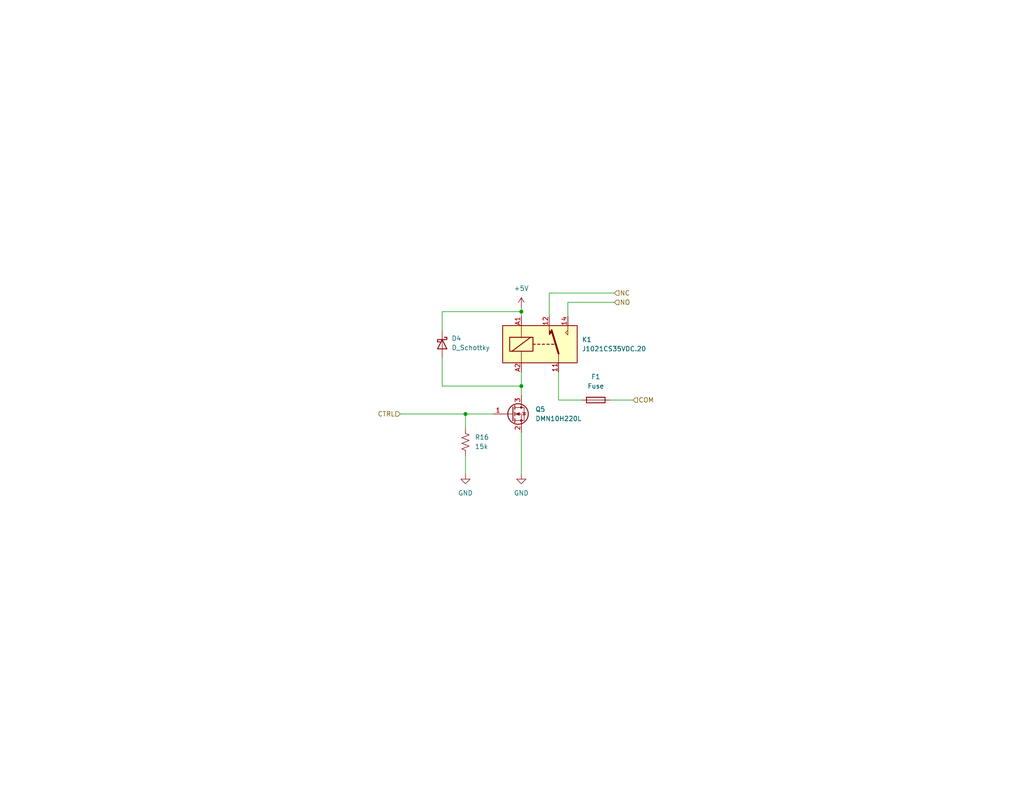
<source format=kicad_sch>
(kicad_sch (version 20231120) (generator "eeschema") (generator_version "8.0")
  (paper "A")
  (lib_symbols
    (symbol "Device:D_Schottky" (pin_numbers hide) (pin_names (offset 1.016) hide)
      (property "Reference" "D" (at 0 2.54 0))
      (property "Value" "D_Schottky" (at 0 -2.54 0))
      (symbol "D_Schottky_0_1"
        (polyline (pts (xy 1.27 0) (xy -1.27 0)))
        (polyline (pts (xy 1.27 1.27) (xy 1.27 -1.27) (xy -1.27 0) (xy 1.27 1.27)) (stroke (width 0.254)))
        (polyline (pts (xy -1.905 0.635) (xy -1.905 1.27) (xy -1.27 1.27) (xy -1.27 -1.27) (xy -0.635 -1.27) (xy -0.635 -0.635)) (stroke (width 0.254)))
      )
      (symbol "D_Schottky_1_1"
        (pin passive line (at -3.81 0 0) (length 2.54) (name "K") (number "1"))
        (pin passive line (at 3.81 0 180) (length 2.54) (name "A") (number "2"))
      )
    )
    (symbol "Device:Fuse" (pin_numbers hide) (pin_names (offset 0))
      (property "Reference" "F" (at 2.032 0 90))
      (property "Value" "Fuse" (at -1.905 0 90))
      (symbol "Fuse_0_1"
        (rectangle (start -0.762 -2.54) (end 0.762 2.54) (stroke (width 0.254)))
        (polyline (pts (xy 0 2.54) (xy 0 -2.54)))
      )
      (symbol "Fuse_1_1"
        (pin passive line (at 0 3.81 270) (length 1.27) (name "~") (number "1"))
        (pin passive line (at 0 -3.81 90) (length 1.27) (name "~") (number "2"))
      )
    )
    (symbol "Device:R_US" (pin_numbers hide) (pin_names (offset 0))
      (property "Reference" "R" (at 2.54 0 90))
      (property "Value" "R_US" (at -2.54 0 90))
      (symbol "R_US_0_1"
        (polyline (pts (xy 0 -2.286) (xy 0 -2.54)))
        (polyline (pts (xy 0 2.286) (xy 0 2.54)))
        (polyline (pts (xy 0 -0.762) (xy 1.016 -1.143) (xy 0 -1.524) (xy -1.016 -1.905) (xy 0 -2.286)))
        (polyline (pts (xy 0 0.762) (xy 1.016 0.381) (xy 0 0) (xy -1.016 -0.381) (xy 0 -0.762)))
        (polyline (pts (xy 0 2.286) (xy 1.016 1.905) (xy 0 1.524) (xy -1.016 1.143) (xy 0 0.762)))
      )
      (symbol "R_US_1_1"
        (pin passive line (at 0 3.81 270) (length 1.27) (name "~") (number "1"))
        (pin passive line (at 0 -3.81 90) (length 1.27) (name "~") (number "2"))
      )
    )
    (symbol "Relay:Relay_SPDT"
      (property "Reference" "K" (at 11.43 3.81 0))
      (property "Value" "Relay_SPDT" (at 11.43 1.27 0))
      (symbol "Relay_SPDT_0_0"
        (polyline (pts (xy 7.62 5.08) (xy 7.62 2.54) (xy 6.985 3.175) (xy 7.62 3.81)))
      )
      (symbol "Relay_SPDT_0_1"
        (rectangle (start -10.16 5.08) (end 10.16 -5.08) (stroke (width 0.254)) (fill (type background)))
        (rectangle (start -8.255 1.905) (end -1.905 -1.905) (stroke (width 0.254)))
        (polyline (pts (xy -7.62 -1.905) (xy -2.54 1.905)) (stroke (width 0.254)))
        (polyline (pts (xy -5.08 -5.08) (xy -5.08 -1.905)))
        (polyline (pts (xy -5.08 5.08) (xy -5.08 1.905)))
        (polyline (pts (xy -1.905 0) (xy -1.27 0)) (stroke (width 0.254)))
        (polyline (pts (xy -0.635 0) (xy 0 0)) (stroke (width 0.254)))
        (polyline (pts (xy 0.635 0) (xy 1.27 0)) (stroke (width 0.254)))
        (polyline (pts (xy 1.905 0) (xy 2.54 0)) (stroke (width 0.254)))
        (polyline (pts (xy 3.175 0) (xy 3.81 0)) (stroke (width 0.254)))
        (polyline (pts (xy 5.08 -2.54) (xy 3.175 3.81)) (stroke (width 0.508)))
        (polyline (pts (xy 5.08 -2.54) (xy 5.08 -5.08)))
        (polyline (pts (xy 2.54 5.08) (xy 2.54 2.54) (xy 3.175 3.175) (xy 2.54 3.81)) (fill (type outline)))
      )
      (symbol "Relay_SPDT_1_1"
        (pin passive line (at 5.08 -7.62 90) (length 2.54) (name "~") (number "11"))
        (pin passive line (at 2.54 7.62 270) (length 2.54) (name "~") (number "12"))
        (pin passive line (at 7.62 7.62 270) (length 2.54) (name "~") (number "14"))
        (pin passive line (at -5.08 7.62 270) (length 2.54) (name "~") (number "A1"))
        (pin passive line (at -5.08 -7.62 90) (length 2.54) (name "~") (number "A2"))
      )
    )
    (symbol "Transistor_FET:DMN10H220L" (pin_names hide)
      (property "Reference" "Q" (at 5.08 1.905 0))
      (property "Value" "DMN10H220L" (at 5.08 0 0))
      (symbol "DMN10H220L_0_1"
        (polyline (pts (xy 0.254 0) (xy -2.54 0)))
        (polyline (pts (xy 0.254 1.905) (xy 0.254 -1.905)) (stroke (width 0.254)))
        (polyline (pts (xy 0.762 -1.27) (xy 0.762 -2.286)) (stroke (width 0.254)))
        (polyline (pts (xy 0.762 0.508) (xy 0.762 -0.508)) (stroke (width 0.254)))
        (polyline (pts (xy 0.762 2.286) (xy 0.762 1.27)) (stroke (width 0.254)))
        (polyline (pts (xy 2.54 2.54) (xy 2.54 1.778)))
        (polyline (pts (xy 2.54 -2.54) (xy 2.54 0) (xy 0.762 0)))
        (polyline (pts (xy 0.762 -1.778) (xy 3.302 -1.778) (xy 3.302 1.778) (xy 0.762 1.778)))
        (polyline (pts (xy 1.016 0) (xy 2.032 0.381) (xy 2.032 -0.381) (xy 1.016 0)) (fill (type outline)))
        (polyline (pts (xy 2.794 0.508) (xy 2.921 0.381) (xy 3.683 0.381) (xy 3.81 0.254)))
        (polyline (pts (xy 3.302 0.381) (xy 2.921 -0.254) (xy 3.683 -0.254) (xy 3.302 0.381)))
        (circle (center 1.651 0) (radius 2.794) (stroke (width 0.254)))
        (circle (center 2.54 -1.778) (radius 0.254) (fill (type outline)))
        (circle (center 2.54 1.778) (radius 0.254) (fill (type outline)))
      )
      (symbol "DMN10H220L_1_1"
        (pin input line (at -5.08 0 0) (length 2.54) (name "G") (number "1"))
        (pin passive line (at 2.54 -5.08 90) (length 2.54) (name "S") (number "2"))
        (pin passive line (at 2.54 5.08 270) (length 2.54) (name "D") (number "3"))
      )
    )
    (symbol "power:+5V" (power) (pin_numbers hide) (pin_names (offset 0) hide)
      (property "Value" "+5V" (at 0 3.556 0))
      (symbol "+5V_0_1"
        (polyline (pts (xy -0.762 1.27) (xy 0 2.54)))
        (polyline (pts (xy 0 0) (xy 0 2.54)))
        (polyline (pts (xy 0 2.54) (xy 0.762 1.27)))
      )
      (symbol "+5V_1_1"
        (pin power_in line (at 0 0 90) (length 0) (name "~") (number "1"))
      )
    )
    (symbol "power:GND" (power) (pin_numbers hide) (pin_names (offset 0) hide)
      (property "Value" "GND" (at 0 -3.81 0))
      (symbol "GND_0_1"
        (polyline (pts (xy 0 0) (xy 0 -1.27) (xy 1.27 -1.27) (xy 0 -2.54) (xy -1.27 -1.27) (xy 0 -1.27)))
      )
      (symbol "GND_1_1"
        (pin power_in line (at 0 0 270) (length 0) (name "~") (number "1"))
      )
    )
  )
  (junction (at 127 113.03))
  (junction (at 142.24 85.09))
  (junction (at 142.24 105.41))
  (wire (pts (xy 142.24 86.36) (xy 142.24 85.09)))
  (wire (pts (xy 120.65 90.17) (xy 120.65 85.09)))
  (wire (pts (xy 142.24 118.11) (xy 142.24 129.54)))
  (wire (pts (xy 149.86 86.36) (xy 149.86 80.01)))
  (wire (pts (xy 167.64 82.55) (xy 154.94 82.55)))
  (wire (pts (xy 149.86 80.01) (xy 167.64 80.01)))
  (wire (pts (xy 120.65 105.41) (xy 142.24 105.41)))
  (wire (pts (xy 154.94 82.55) (xy 154.94 86.36)))
  (wire (pts (xy 152.4 109.22) (xy 158.75 109.22)))
  (wire (pts (xy 142.24 105.41) (xy 142.24 107.95)))
  (wire (pts (xy 166.37 109.22) (xy 172.72 109.22)))
  (wire (pts (xy 120.65 85.09) (xy 142.24 85.09)))
  (wire (pts (xy 152.4 101.6) (xy 152.4 109.22)))
  (wire (pts (xy 134.62 113.03) (xy 127 113.03)))
  (wire (pts (xy 142.24 101.6) (xy 142.24 105.41)))
  (wire (pts (xy 127 124.46) (xy 127 129.54)))
  (wire (pts (xy 127 113.03) (xy 127 116.84)))
  (wire (pts (xy 120.65 97.79) (xy 120.65 105.41)))
  (wire (pts (xy 109.22 113.03) (xy 127 113.03)))
  (wire (pts (xy 142.24 85.09) (xy 142.24 83.82)))
  (hierarchical_label "CTRL" (shape input) (at 109.22 113.03 180))
  (hierarchical_label "NO" (shape input) (at 167.64 82.55 0))
  (hierarchical_label "NC" (shape input) (at 167.64 80.01 0))
  (hierarchical_label "COM" (shape input) (at 172.72 109.22 0))
  (symbol (lib_id "Transistor_FET:DMN10H220L") (at 139.7 113.03 0) (unit 1)
    (property "Reference" "Q5" (at 146.05 111.7599 0) (effects (justify left)))
    (property "Value" "DMN10H220L" (at 146.05 114.2999 0) (effects (justify left)))
    (property "Footprint" "Package_TO_SOT_SMD:SOT-23" (effects (hide yes)))
    (property "Datasheet" "http://www.diodes.com/assets/Datasheets/DMN10H220L.pdf" (effects (hide yes)))
    (property "Description" "1.6A Id, 100V Vds, N-Channel MOSFET, SOT-23" (effects (hide yes)))
    (instances (project "stereo-hub" (path "" (reference "Q5") (unit 1)) (path "" (reference "Q1") (unit 1)) (path "" (reference "Q3") (unit 1)) (path "" (reference "Q11") (unit 1))))
  )
  (symbol (lib_id "Relay:Relay_SPDT") (at 147.32 93.98 0) (unit 1)
    (property "Reference" "K1" (at 158.75 92.7099 0) (effects (justify left)))
    (property "Value" "J1021CS35VDC.20" (at 158.75 95.2499 0) (effects (justify left)))
    (property "Footprint" "Relay_THT:Relay_SPDT_HJR-4102" (effects (hide yes)))
    (property "Description" "Monostable Relay SPDT, EN50005" (effects (hide yes)))
    (instances (project "stereo-hub" (path "" (reference "K1") (unit 1)) (path "" (reference "K2") (unit 1)) (path "" (reference "K3") (unit 1)) (path "" (reference "K4") (unit 1))))
  )
  (symbol (lib_id "power:+5V") (at 142.24 83.82 0) (unit 1)
    (property "Reference" "#PWR043" (effects (hide yes)))
    (property "Value" "+5V" (at 142.24 78.74 0))
    (property "Description" "Power symbol creates a global label with name \"+5V\"" (effects (hide yes)))
    (instances (project "stereo-hub" (path "" (reference "#PWR043") (unit 1)) (path "" (reference "#PWR06") (unit 1)) (path "" (reference "#PWR0109") (unit 1)) (path "" (reference "#PWR0112") (unit 1))))
  )
  (symbol (lib_id "power:GND") (at 127 129.54 0) (unit 1)
    (property "Reference" "#PWR042" (effects (hide yes)))
    (property "Value" "GND" (at 127 134.62 0))
    (property "Description" "Power symbol creates a global label with name \"GND\" , ground" (effects (hide yes)))
    (instances (project "stereo-hub" (path "" (reference "#PWR042") (unit 1)) (path "" (reference "#PWR05") (unit 1)) (path "" (reference "#PWR010") (unit 1)) (path "" (reference "#PWR0111") (unit 1))))
  )
  (symbol (lib_id "Device:Fuse") (at 162.56 109.22 90) (unit 1)
    (property "Reference" "F1" (at 162.56 102.87 90))
    (property "Value" "Fuse" (at 162.56 105.41 90))
    (property "Description" "Fuse" (effects (hide yes)))
    (instances (project "stereo-hub" (path "" (reference "F1") (unit 1)) (path "" (reference "F3") (unit 1)) (path "" (reference "F5") (unit 1)) (path "" (reference "F6") (unit 1))))
  )
  (symbol (lib_id "Device:R_US") (at 127 120.65 0) (unit 1)
    (property "Reference" "R16" (at 129.54 119.3799 0) (effects (justify left)))
    (property "Value" "15k" (at 129.54 121.9199 0) (effects (justify left)))
    (property "Description" "Resistor, US symbol" (effects (hide yes)))
    (instances (project "stereo-hub" (path "" (reference "R16") (unit 1)) (path "" (reference "R5") (unit 1)) (path "" (reference "R7") (unit 1)) (path "" (reference "R42") (unit 1))))
  )
  (symbol (lib_id "power:GND") (at 142.24 129.54 0) (unit 1)
    (property "Reference" "#PWR044" (effects (hide yes)))
    (property "Value" "GND" (at 142.24 134.62 0))
    (property "Description" "Power symbol creates a global label with name \"GND\" , ground" (effects (hide yes)))
    (instances (project "stereo-hub" (path "" (reference "#PWR044") (unit 1)) (path "" (reference "#PWR09") (unit 1)) (path "" (reference "#PWR0110") (unit 1)) (path "" (reference "#PWR0113") (unit 1))))
  )
  (symbol (lib_id "Device:D_Schottky") (at 120.65 93.98 270) (unit 1)
    (property "Reference" "D4" (at 123.19 92.3924 90) (effects (justify left)))
    (property "Value" "D_Schottky" (at 123.19 94.9324 90) (effects (justify left)))
    (property "Description" "Schottky diode" (effects (hide yes)))
    (instances (project "stereo-hub" (path "" (reference "D4") (unit 1)) (path "" (reference "D2") (unit 1)) (path "" (reference "D3") (unit 1)) (path "" (reference "D5") (unit 1))))
  )
)
</source>
